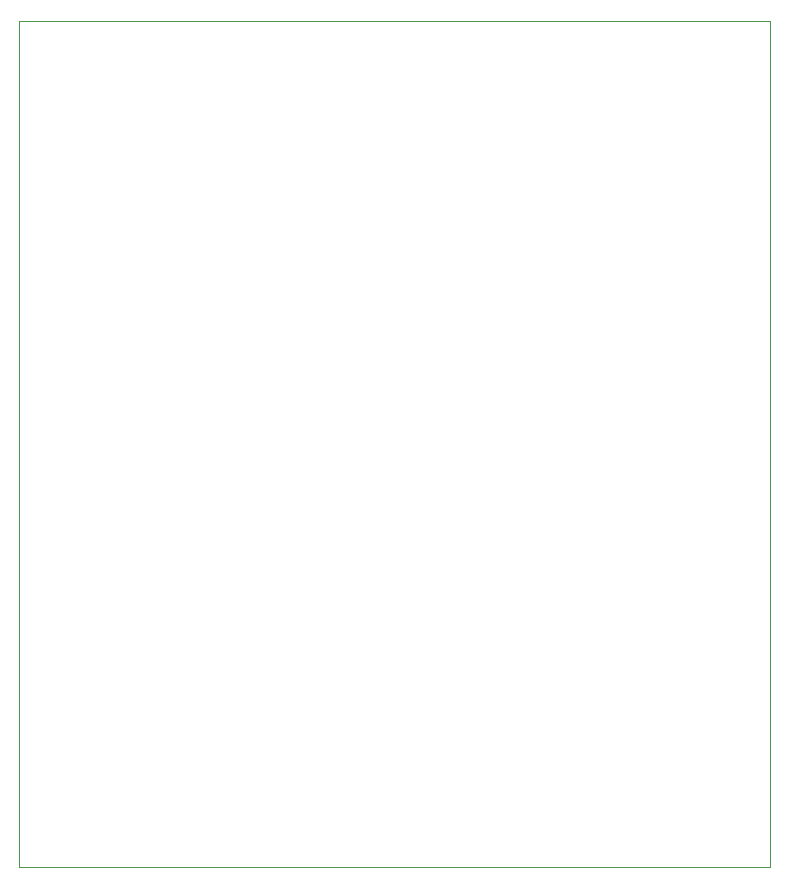
<source format=gbr>
G04*
G04 #@! TF.GenerationSoftware,Altium Limited,Altium Designer,24.10.1 (45)*
G04*
G04 Layer_Color=0*
%FSLAX44Y44*%
%MOMM*%
G71*
G04*
G04 #@! TF.SameCoordinates,E42ED8F9-0A9E-45B5-B6EF-10B4D8FD7D59*
G04*
G04*
G04 #@! TF.FilePolarity,Positive*
G04*
G01*
G75*
%ADD31C,0.0254*%
D31*
X0Y0D02*
X636270D01*
Y716280D01*
X0D01*
Y0D01*
M02*

</source>
